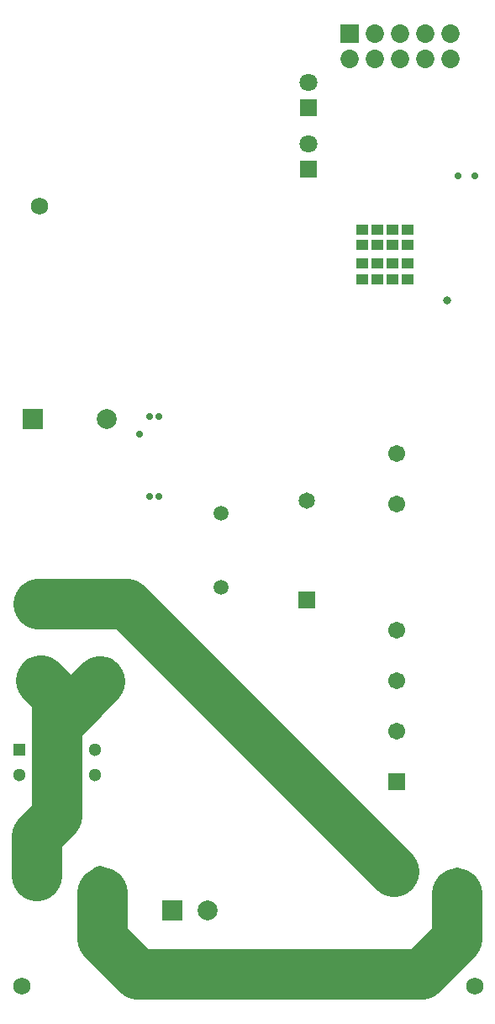
<source format=gbs>
G04*
G04 #@! TF.GenerationSoftware,Altium Limited,Altium Designer,20.2.8 (258)*
G04*
G04 Layer_Color=16711935*
%FSLAX25Y25*%
%MOIN*%
G70*
G04*
G04 #@! TF.SameCoordinates,EDA4C1AF-4C8F-4A80-A391-42A014D8E1DD*
G04*
G04*
G04 #@! TF.FilePolarity,Negative*
G04*
G01*
G75*
%ADD17R,0.04737X0.04343*%
%ADD39C,0.06800*%
%ADD40C,0.07296*%
%ADD41R,0.07296X0.07296*%
%ADD42R,0.07099X0.07099*%
%ADD43C,0.07099*%
%ADD44R,0.07874X0.07874*%
%ADD45C,0.07874*%
%ADD46C,0.07887*%
%ADD47R,0.07887X0.07887*%
%ADD48C,0.05950*%
%ADD49R,0.06509X0.06509*%
%ADD50C,0.06509*%
%ADD51R,0.06737X0.06737*%
%ADD52C,0.06737*%
%ADD53R,0.05118X0.05118*%
%ADD54C,0.05118*%
%ADD55R,0.07887X0.07887*%
%ADD56C,0.03162*%
%ADD57C,0.02769*%
%ADD89C,0.20000*%
D17*
X676000Y398850D02*
D03*
Y405150D02*
D03*
Y391650D02*
D03*
Y385350D02*
D03*
X670000Y391650D02*
D03*
Y385350D02*
D03*
Y398850D02*
D03*
Y405150D02*
D03*
X658000Y391650D02*
D03*
Y385350D02*
D03*
X664000Y405150D02*
D03*
Y398850D02*
D03*
X658000Y398850D02*
D03*
Y405150D02*
D03*
X664000Y385350D02*
D03*
Y391650D02*
D03*
D39*
X702500Y105500D02*
D03*
X523000D02*
D03*
X530000Y414500D02*
D03*
D40*
X673000Y472752D02*
D03*
Y482752D02*
D03*
X653000Y472752D02*
D03*
X663000Y482752D02*
D03*
Y472752D02*
D03*
X683000Y482752D02*
D03*
X693000D02*
D03*
X683000Y472752D02*
D03*
X693000D02*
D03*
D41*
X653000Y482752D02*
D03*
D42*
X636500Y453500D02*
D03*
Y429000D02*
D03*
D43*
Y463500D02*
D03*
Y439000D02*
D03*
D44*
X527236Y330138D02*
D03*
D45*
X556764D02*
D03*
X527236Y251398D02*
D03*
X556764D02*
D03*
Y231713D02*
D03*
X527236D02*
D03*
D46*
X695500Y148500D02*
D03*
X554000Y149000D02*
D03*
X596500Y135500D02*
D03*
D47*
X670500Y148500D02*
D03*
X529000Y149000D02*
D03*
D48*
X602000Y292764D02*
D03*
Y263236D02*
D03*
D49*
X636000Y258315D02*
D03*
D50*
Y297685D02*
D03*
D51*
X671500Y186500D02*
D03*
D52*
Y206500D02*
D03*
Y226500D02*
D03*
Y246500D02*
D03*
Y316500D02*
D03*
Y296500D02*
D03*
D53*
X522039Y199000D02*
D03*
D54*
Y189000D02*
D03*
X551961D02*
D03*
Y199000D02*
D03*
D55*
X582721Y135500D02*
D03*
D56*
X691500Y377000D02*
D03*
D57*
X569500Y324000D02*
D03*
X702500Y426500D02*
D03*
X696000D02*
D03*
X573531Y331000D02*
D03*
X577468D02*
D03*
Y299500D02*
D03*
X573531D02*
D03*
D89*
X564736Y256602D02*
X670736Y150602D01*
X529736Y256602D02*
X564736D01*
X542500Y214450D02*
X554000Y225950D01*
X529000Y148950D02*
Y164550D01*
X530500Y226450D02*
X537000Y219950D01*
Y209450D02*
Y219950D01*
Y172550D02*
Y209450D01*
X529000Y164550D02*
X537000Y172550D01*
X569000Y110000D02*
X681500D01*
X695500Y124000D01*
X555000D02*
Y142500D01*
Y124000D02*
X569000Y110000D01*
X695500Y124000D02*
Y142000D01*
X540500Y212500D02*
X554000Y226000D01*
X530500Y226500D02*
X537000Y220000D01*
M02*

</source>
